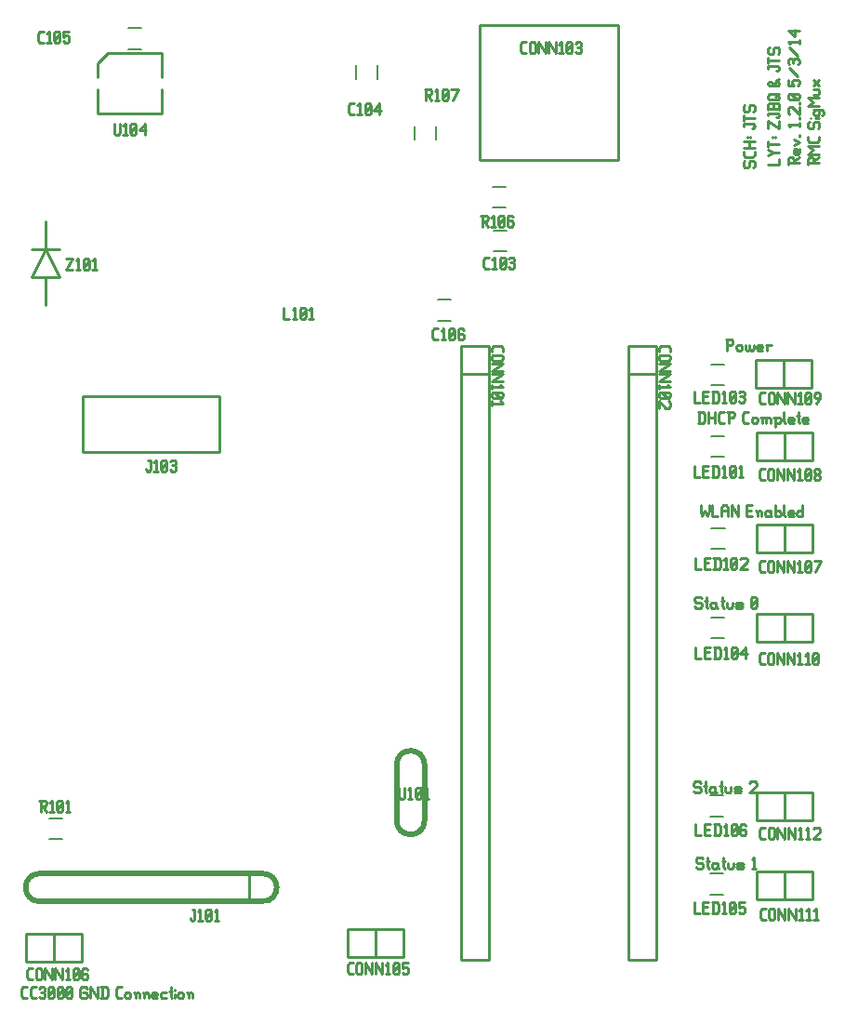
<source format=gbr>
G04 start of page 7 for group -4079 idx -4079 *
G04 Title: (unknown), topsilk *
G04 Creator: pcb 20110918 *
G04 CreationDate: Mon 05 May 2014 07:23:22 AM GMT UTC *
G04 For: john *
G04 Format: Gerber/RS-274X *
G04 PCB-Dimensions: 295500 350000 *
G04 PCB-Coordinate-Origin: lower left *
%MOIN*%
%FSLAX25Y25*%
%LNTOPSILK*%
%ADD75C,0.0200*%
%ADD74C,0.0080*%
%ADD73C,0.0100*%
G54D73*X288500Y302100D02*Y300100D01*
Y302100D02*X289000Y302600D01*
X290000D01*
X290500Y302100D02*X290000Y302600D01*
X290500Y302100D02*Y300600D01*
X288500D02*X292500D01*
X290500Y301400D02*X292500Y302600D01*
X288500Y303800D02*X292500D01*
X288500D02*X290500Y305300D01*
X288500Y306800D01*
X292500D01*
Y310000D02*Y308700D01*
X291800Y308000D02*X292500Y308700D01*
X289200Y308000D02*X291800D01*
X289200D02*X288500Y308700D01*
Y310000D02*Y308700D01*
Y315000D02*X289000Y315500D01*
X288500Y315000D02*Y313500D01*
X289000Y313000D02*X288500Y313500D01*
X289000Y313000D02*X290000D01*
X290500Y313500D01*
Y315000D02*Y313500D01*
Y315000D02*X291000Y315500D01*
X292000D01*
X292500Y315000D02*X292000Y315500D01*
X292500Y315000D02*Y313500D01*
X292000Y313000D02*X292500Y313500D01*
X289500Y316700D02*X289600D01*
X291000D02*X292500D01*
X290500Y319200D02*X291000Y319700D01*
X290500Y319200D02*Y318200D01*
X291000Y317700D02*X290500Y318200D01*
X291000Y317700D02*X292000D01*
X292500Y318200D01*
Y319200D02*Y318200D01*
Y319200D02*X292000Y319700D01*
X293500Y317700D02*X294000Y318200D01*
Y319200D02*Y318200D01*
Y319200D02*X293500Y319700D01*
X290500D02*X293500D01*
X288500Y320900D02*X292500D01*
X288500D02*X290500Y322400D01*
X288500Y323900D01*
X292500D01*
X290500Y325100D02*X292000D01*
X292500Y325600D01*
Y326600D02*Y325600D01*
Y326600D02*X292000Y327100D01*
X290500D02*X292000D01*
X290500Y328300D02*X292500Y330300D01*
Y328300D02*X290500Y330300D01*
X281400Y302100D02*Y300100D01*
Y302100D02*X281900Y302600D01*
X282900D01*
X283400Y302100D02*X282900Y302600D01*
X283400Y302100D02*Y300600D01*
X281400D02*X285400D01*
X283400Y301400D02*X285400Y302600D01*
Y305800D02*Y304300D01*
X284900Y303800D02*X285400Y304300D01*
X283900Y303800D02*X284900D01*
X283900D02*X283400Y304300D01*
Y305300D02*Y304300D01*
Y305300D02*X283900Y305800D01*
X284400D02*Y303800D01*
X283900Y305800D02*X284400D01*
X283400Y307000D02*X285400Y308000D01*
X283400Y309000D02*X285400Y308000D01*
Y310700D02*Y310200D01*
X282200Y313700D02*X281400Y314500D01*
X285400D01*
Y315200D02*Y313700D01*
Y316900D02*Y316400D01*
X281900Y318100D02*X281400Y318600D01*
Y320100D02*Y318600D01*
Y320100D02*X281900Y320600D01*
X282900D01*
X285400Y318100D02*X282900Y320600D01*
X285400D02*Y318100D01*
Y322300D02*Y321800D01*
X284900Y323500D02*X285400Y324000D01*
X281900Y323500D02*X284900D01*
X281900D02*X281400Y324000D01*
Y325000D02*Y324000D01*
Y325000D02*X281900Y325500D01*
X284900D01*
X285400Y325000D02*X284900Y325500D01*
X285400Y325000D02*Y324000D01*
X284400Y323500D02*X282400Y325500D01*
X281400Y330500D02*Y328500D01*
X283400D01*
X282900Y329000D01*
Y330000D02*Y329000D01*
Y330000D02*X283400Y330500D01*
X284900D01*
X285400Y330000D02*X284900Y330500D01*
X285400Y330000D02*Y329000D01*
X284900Y328500D02*X285400Y329000D01*
X284900Y331700D02*X281900Y334700D01*
Y335900D02*X281400Y336400D01*
Y337400D02*Y336400D01*
Y337400D02*X281900Y337900D01*
X285400Y337400D02*X284900Y337900D01*
X285400Y337400D02*Y336400D01*
X284900Y335900D02*X285400Y336400D01*
X283200Y337400D02*Y336400D01*
X281900Y337900D02*X282700D01*
X283700D02*X284900D01*
X283700D02*X283200Y337400D01*
X282700Y337900D02*X283200Y337400D01*
X284900Y339100D02*X281900Y342100D01*
X282200Y343300D02*X281400Y344100D01*
X285400D01*
Y344800D02*Y343300D01*
X283900Y346000D02*X281400Y348000D01*
X283900Y348500D02*Y346000D01*
X281400Y348000D02*X285400D01*
X274200Y300100D02*X278200D01*
Y302100D02*Y300100D01*
X274200Y303300D02*X276200Y304300D01*
X274200Y305300D01*
X276200Y304300D02*X278200D01*
X274200Y308500D02*Y306500D01*
Y307500D02*X278200D01*
X275700Y310200D02*Y309700D01*
X276700Y310200D02*Y309700D01*
X274200Y315700D02*Y313200D01*
X278200D02*X274200Y315700D01*
X278200D02*Y313200D01*
X274200Y318400D02*Y317600D01*
Y318400D02*X277700D01*
X278200Y317900D02*X277700Y318400D01*
X278200Y317900D02*Y317400D01*
X277700Y316900D02*X278200Y317400D01*
X277200Y316900D02*X277700D01*
X278200Y321600D02*Y319600D01*
Y321600D02*X277700Y322100D01*
X276500D02*X277700D01*
X276000Y321600D02*X276500Y322100D01*
X276000Y321600D02*Y320100D01*
X274200D02*X278200D01*
X274200Y321600D02*Y319600D01*
Y321600D02*X274700Y322100D01*
X275500D01*
X276000Y321600D02*X275500Y322100D01*
X274700Y323300D02*X277700D01*
X274700D02*X274200Y323800D01*
Y324800D02*Y323800D01*
Y324800D02*X274700Y325300D01*
X277200D01*
X278200Y324300D02*X277200Y325300D01*
X278200Y324300D02*Y323800D01*
X277700Y323300D02*X278200Y323800D01*
X276700Y324300D02*X278200Y325300D01*
X277700Y328300D02*X278200Y328800D01*
X274700Y328300D02*X275700D01*
X274700D02*X274200Y328800D01*
X276700Y328300D02*X275200Y329800D01*
X278200Y329300D02*Y328800D01*
Y329300D02*X277200Y330300D01*
X275700Y328300D02*X278200Y330800D01*
X274200Y329300D02*Y328800D01*
Y329300D02*X274700Y329800D01*
X275200D01*
X276700Y328300D02*X277700D01*
X274200Y335300D02*Y334500D01*
Y335300D02*X277700D01*
X278200Y334800D02*X277700Y335300D01*
X278200Y334800D02*Y334300D01*
X277700Y333800D02*X278200Y334300D01*
X277200Y333800D02*X277700D01*
X274200Y338500D02*Y336500D01*
Y337500D02*X278200D01*
X274200Y341700D02*X274700Y342200D01*
X274200Y341700D02*Y340200D01*
X274700Y339700D02*X274200Y340200D01*
X274700Y339700D02*X275700D01*
X276200Y340200D01*
Y341700D02*Y340200D01*
Y341700D02*X276700Y342200D01*
X277700D01*
X278200Y341700D02*X277700Y342200D01*
X278200Y341700D02*Y340200D01*
X277700Y339700D02*X278200Y340200D01*
X265300Y301000D02*X265800Y301500D01*
X265300Y301000D02*Y299500D01*
X265800Y299000D02*X265300Y299500D01*
X265800Y299000D02*X266800D01*
X267300Y299500D01*
Y301000D02*Y299500D01*
Y301000D02*X267800Y301500D01*
X268800D01*
X269300Y301000D02*X268800Y301500D01*
X269300Y301000D02*Y299500D01*
X268800Y299000D02*X269300Y299500D01*
Y304700D02*Y303400D01*
X268600Y302700D02*X269300Y303400D01*
X266000Y302700D02*X268600D01*
X266000D02*X265300Y303400D01*
Y304700D02*Y303400D01*
Y305900D02*X269300D01*
X265300Y308400D02*X269300D01*
X267300D02*Y305900D01*
X266800Y310100D02*Y309600D01*
X267800Y310100D02*Y309600D01*
X265300Y314600D02*Y313800D01*
Y314600D02*X268800D01*
X269300Y314100D02*X268800Y314600D01*
X269300Y314100D02*Y313600D01*
X268800Y313100D02*X269300Y313600D01*
X268300Y313100D02*X268800D01*
X265300Y317800D02*Y315800D01*
Y316800D02*X269300D01*
X265300Y321000D02*X265800Y321500D01*
X265300Y321000D02*Y319500D01*
X265800Y319000D02*X265300Y319500D01*
X265800Y319000D02*X266800D01*
X267300Y319500D01*
Y321000D02*Y319500D01*
Y321000D02*X267800Y321500D01*
X268800D01*
X269300Y321000D02*X268800Y321500D01*
X269300Y321000D02*Y319500D01*
X268800Y319000D02*X269300Y319500D01*
X250000Y178000D02*Y176000D01*
X250500Y174000D01*
X251500Y176000D01*
X252500Y174000D01*
X253000Y176000D01*
Y178000D02*Y176000D01*
X254200Y178000D02*Y174000D01*
X256200D01*
X257400Y177000D02*Y174000D01*
Y177000D02*X258100Y178000D01*
X259200D01*
X259900Y177000D01*
Y174000D01*
X257400Y176000D02*X259900D01*
X261100Y178000D02*Y174000D01*
Y178000D02*X263600Y174000D01*
Y178000D02*Y174000D01*
X266600Y176200D02*X268100D01*
X266600Y174000D02*X268600D01*
X266600Y178000D02*Y174000D01*
Y178000D02*X268600D01*
X270300Y175500D02*Y174000D01*
Y175500D02*X270800Y176000D01*
X271300D01*
X271800Y175500D01*
Y174000D01*
X269800Y176000D02*X270300Y175500D01*
X274500Y176000D02*X275000Y175500D01*
X273500Y176000D02*X274500D01*
X273000Y175500D02*X273500Y176000D01*
X273000Y175500D02*Y174500D01*
X273500Y174000D01*
X275000Y176000D02*Y174500D01*
X275500Y174000D01*
X273500D02*X274500D01*
X275000Y174500D01*
X276700Y178000D02*Y174000D01*
Y174500D02*X277200Y174000D01*
X278200D01*
X278700Y174500D01*
Y175500D02*Y174500D01*
X278200Y176000D02*X278700Y175500D01*
X277200Y176000D02*X278200D01*
X276700Y175500D02*X277200Y176000D01*
X279900Y178000D02*Y174500D01*
X280400Y174000D01*
X281900D02*X283400D01*
X281400Y174500D02*X281900Y174000D01*
X281400Y175500D02*Y174500D01*
Y175500D02*X281900Y176000D01*
X282900D01*
X283400Y175500D01*
X281400Y175000D02*X283400D01*
Y175500D02*Y175000D01*
X286600Y178000D02*Y174000D01*
X286100D02*X286600Y174500D01*
X285100Y174000D02*X286100D01*
X284600Y174500D02*X285100Y174000D01*
X284600Y175500D02*Y174500D01*
Y175500D02*X285100Y176000D01*
X286100D01*
X286600Y175500D01*
X249500Y211400D02*Y207400D01*
X250800Y211400D02*X251500Y210700D01*
Y208100D01*
X250800Y207400D02*X251500Y208100D01*
X249000Y207400D02*X250800D01*
X249000Y211400D02*X250800D01*
X252700D02*Y207400D01*
X255200Y211400D02*Y207400D01*
X252700Y209400D02*X255200D01*
X257100Y207400D02*X258400D01*
X256400Y208100D02*X257100Y207400D01*
X256400Y210700D02*Y208100D01*
Y210700D02*X257100Y211400D01*
X258400D01*
X260100D02*Y207400D01*
X259600Y211400D02*X261600D01*
X262100Y210900D01*
Y209900D01*
X261600Y209400D02*X262100Y209900D01*
X260100Y209400D02*X261600D01*
X265800Y207400D02*X267100D01*
X265100Y208100D02*X265800Y207400D01*
X265100Y210700D02*Y208100D01*
Y210700D02*X265800Y211400D01*
X267100D01*
X268300Y208900D02*Y207900D01*
Y208900D02*X268800Y209400D01*
X269800D01*
X270300Y208900D01*
Y207900D01*
X269800Y207400D02*X270300Y207900D01*
X268800Y207400D02*X269800D01*
X268300Y207900D02*X268800Y207400D01*
X272000Y208900D02*Y207400D01*
Y208900D02*X272500Y209400D01*
X273000D01*
X273500Y208900D01*
Y207400D01*
Y208900D02*X274000Y209400D01*
X274500D01*
X275000Y208900D01*
Y207400D01*
X271500Y209400D02*X272000Y208900D01*
X276700D02*Y205900D01*
X276200Y209400D02*X276700Y208900D01*
X277200Y209400D01*
X278200D01*
X278700Y208900D01*
Y207900D01*
X278200Y207400D02*X278700Y207900D01*
X277200Y207400D02*X278200D01*
X276700Y207900D02*X277200Y207400D01*
X279900Y211400D02*Y207900D01*
X280400Y207400D01*
X281900D02*X283400D01*
X281400Y207900D02*X281900Y207400D01*
X281400Y208900D02*Y207900D01*
Y208900D02*X281900Y209400D01*
X282900D01*
X283400Y208900D01*
X281400Y208400D02*X283400D01*
Y208900D02*Y208400D01*
X285100Y211400D02*Y207900D01*
X285600Y207400D01*
X284600Y209900D02*X285600D01*
X287100Y207400D02*X288600D01*
X286600Y207900D02*X287100Y207400D01*
X286600Y208900D02*Y207900D01*
Y208900D02*X287100Y209400D01*
X288100D01*
X288600Y208900D01*
X286600Y208400D02*X288600D01*
Y208900D02*Y208400D01*
X259600Y237500D02*Y233500D01*
X259100Y237500D02*X261100D01*
X261600Y237000D01*
Y236000D01*
X261100Y235500D02*X261600Y236000D01*
X259600Y235500D02*X261100D01*
X262800Y235000D02*Y234000D01*
Y235000D02*X263300Y235500D01*
X264300D01*
X264800Y235000D01*
Y234000D01*
X264300Y233500D02*X264800Y234000D01*
X263300Y233500D02*X264300D01*
X262800Y234000D02*X263300Y233500D01*
X266000Y235500D02*Y234000D01*
X266500Y233500D01*
X267000D01*
X267500Y234000D01*
Y235500D02*Y234000D01*
X268000Y233500D01*
X268500D01*
X269000Y234000D01*
Y235500D02*Y234000D01*
X270700Y233500D02*X272200D01*
X270200Y234000D02*X270700Y233500D01*
X270200Y235000D02*Y234000D01*
Y235000D02*X270700Y235500D01*
X271700D01*
X272200Y235000D01*
X270200Y234500D02*X272200D01*
Y235000D02*Y234500D01*
X273900Y235000D02*Y233500D01*
Y235000D02*X274400Y235500D01*
X275400D01*
X273400D02*X273900Y235000D01*
X7200Y1300D02*X8500D01*
X6500Y2000D02*X7200Y1300D01*
X6500Y4600D02*Y2000D01*
Y4600D02*X7200Y5300D01*
X8500D01*
X10400Y1300D02*X11700D01*
X9700Y2000D02*X10400Y1300D01*
X9700Y4600D02*Y2000D01*
Y4600D02*X10400Y5300D01*
X11700D01*
X12900Y4800D02*X13400Y5300D01*
X14400D01*
X14900Y4800D01*
X14400Y1300D02*X14900Y1800D01*
X13400Y1300D02*X14400D01*
X12900Y1800D02*X13400Y1300D01*
Y3500D02*X14400D01*
X14900Y4800D02*Y4000D01*
Y3000D02*Y1800D01*
Y3000D02*X14400Y3500D01*
X14900Y4000D02*X14400Y3500D01*
X16100Y1800D02*X16600Y1300D01*
X16100Y4800D02*Y1800D01*
Y4800D02*X16600Y5300D01*
X17600D01*
X18100Y4800D01*
Y1800D01*
X17600Y1300D02*X18100Y1800D01*
X16600Y1300D02*X17600D01*
X16100Y2300D02*X18100Y4300D01*
X19300Y1800D02*X19800Y1300D01*
X19300Y4800D02*Y1800D01*
Y4800D02*X19800Y5300D01*
X20800D01*
X21300Y4800D01*
Y1800D01*
X20800Y1300D02*X21300Y1800D01*
X19800Y1300D02*X20800D01*
X19300Y2300D02*X21300Y4300D01*
X22500Y1800D02*X23000Y1300D01*
X22500Y4800D02*Y1800D01*
Y4800D02*X23000Y5300D01*
X24000D01*
X24500Y4800D01*
Y1800D01*
X24000Y1300D02*X24500Y1800D01*
X23000Y1300D02*X24000D01*
X22500Y2300D02*X24500Y4300D01*
X29500Y5300D02*X30000Y4800D01*
X28000Y5300D02*X29500D01*
X27500Y4800D02*X28000Y5300D01*
X27500Y4800D02*Y1800D01*
X28000Y1300D01*
X29500D01*
X30000Y1800D01*
Y2800D02*Y1800D01*
X29500Y3300D02*X30000Y2800D01*
X28500Y3300D02*X29500D01*
X31200Y5300D02*Y1300D01*
Y5300D02*X33700Y1300D01*
Y5300D02*Y1300D01*
X35400Y5300D02*Y1300D01*
X36700Y5300D02*X37400Y4600D01*
Y2000D01*
X36700Y1300D02*X37400Y2000D01*
X34900Y1300D02*X36700D01*
X34900Y5300D02*X36700D01*
X41100Y1300D02*X42400D01*
X40400Y2000D02*X41100Y1300D01*
X40400Y4600D02*Y2000D01*
Y4600D02*X41100Y5300D01*
X42400D01*
X43600Y2800D02*Y1800D01*
Y2800D02*X44100Y3300D01*
X45100D01*
X45600Y2800D01*
Y1800D01*
X45100Y1300D02*X45600Y1800D01*
X44100Y1300D02*X45100D01*
X43600Y1800D02*X44100Y1300D01*
X47300Y2800D02*Y1300D01*
Y2800D02*X47800Y3300D01*
X48300D01*
X48800Y2800D01*
Y1300D01*
X46800Y3300D02*X47300Y2800D01*
X50500D02*Y1300D01*
Y2800D02*X51000Y3300D01*
X51500D01*
X52000Y2800D01*
Y1300D01*
X50000Y3300D02*X50500Y2800D01*
X53700Y1300D02*X55200D01*
X53200Y1800D02*X53700Y1300D01*
X53200Y2800D02*Y1800D01*
Y2800D02*X53700Y3300D01*
X54700D01*
X55200Y2800D01*
X53200Y2300D02*X55200D01*
Y2800D02*Y2300D01*
X56900Y3300D02*X58400D01*
X56400Y2800D02*X56900Y3300D01*
X56400Y2800D02*Y1800D01*
X56900Y1300D01*
X58400D01*
X60100Y5300D02*Y1800D01*
X60600Y1300D01*
X59600Y3800D02*X60600D01*
X61600Y4300D02*Y4200D01*
Y2800D02*Y1300D01*
X62600Y2800D02*Y1800D01*
Y2800D02*X63100Y3300D01*
X64100D01*
X64600Y2800D01*
Y1800D01*
X64100Y1300D02*X64600Y1800D01*
X63100Y1300D02*X64100D01*
X62600Y1800D02*X63100Y1300D01*
X66300Y2800D02*Y1300D01*
Y2800D02*X66800Y3300D01*
X67300D01*
X67800Y2800D01*
Y1300D01*
X65800Y3300D02*X66300Y2800D01*
X250300Y51800D02*X250800Y51300D01*
X248800Y51800D02*X250300D01*
X248300Y51300D02*X248800Y51800D01*
X248300Y51300D02*Y50300D01*
X248800Y49800D01*
X250300D01*
X250800Y49300D01*
Y48300D01*
X250300Y47800D02*X250800Y48300D01*
X248800Y47800D02*X250300D01*
X248300Y48300D02*X248800Y47800D01*
X252500Y51800D02*Y48300D01*
X253000Y47800D01*
X252000Y50300D02*X253000D01*
X255500Y49800D02*X256000Y49300D01*
X254500Y49800D02*X255500D01*
X254000Y49300D02*X254500Y49800D01*
X254000Y49300D02*Y48300D01*
X254500Y47800D01*
X256000Y49800D02*Y48300D01*
X256500Y47800D01*
X254500D02*X255500D01*
X256000Y48300D01*
X258200Y51800D02*Y48300D01*
X258700Y47800D01*
X257700Y50300D02*X258700D01*
X259700Y49800D02*Y48300D01*
X260200Y47800D01*
X261200D01*
X261700Y48300D01*
Y49800D02*Y48300D01*
X263400Y47800D02*X264900D01*
X265400Y48300D01*
X264900Y48800D02*X265400Y48300D01*
X263400Y48800D02*X264900D01*
X262900Y49300D02*X263400Y48800D01*
X262900Y49300D02*X263400Y49800D01*
X264900D01*
X265400Y49300D01*
X262900Y48300D02*X263400Y47800D01*
X268400Y51000D02*X269200Y51800D01*
Y47800D01*
X268400D02*X269900D01*
X249500Y79000D02*X250000Y78500D01*
X248000Y79000D02*X249500D01*
X247500Y78500D02*X248000Y79000D01*
X247500Y78500D02*Y77500D01*
X248000Y77000D01*
X249500D01*
X250000Y76500D01*
Y75500D01*
X249500Y75000D02*X250000Y75500D01*
X248000Y75000D02*X249500D01*
X247500Y75500D02*X248000Y75000D01*
X251700Y79000D02*Y75500D01*
X252200Y75000D01*
X251200Y77500D02*X252200D01*
X254700Y77000D02*X255200Y76500D01*
X253700Y77000D02*X254700D01*
X253200Y76500D02*X253700Y77000D01*
X253200Y76500D02*Y75500D01*
X253700Y75000D01*
X255200Y77000D02*Y75500D01*
X255700Y75000D01*
X253700D02*X254700D01*
X255200Y75500D01*
X257400Y79000D02*Y75500D01*
X257900Y75000D01*
X256900Y77500D02*X257900D01*
X258900Y77000D02*Y75500D01*
X259400Y75000D01*
X260400D01*
X260900Y75500D01*
Y77000D02*Y75500D01*
X262600Y75000D02*X264100D01*
X264600Y75500D01*
X264100Y76000D02*X264600Y75500D01*
X262600Y76000D02*X264100D01*
X262100Y76500D02*X262600Y76000D01*
X262100Y76500D02*X262600Y77000D01*
X264100D01*
X264600Y76500D01*
X262100Y75500D02*X262600Y75000D01*
X267600Y78500D02*X268100Y79000D01*
X269600D01*
X270100Y78500D01*
Y77500D01*
X267600Y75000D02*X270100Y77500D01*
X267600Y75000D02*X270100D01*
X249900Y145200D02*X250400Y144700D01*
X248400Y145200D02*X249900D01*
X247900Y144700D02*X248400Y145200D01*
X247900Y144700D02*Y143700D01*
X248400Y143200D01*
X249900D01*
X250400Y142700D01*
Y141700D01*
X249900Y141200D02*X250400Y141700D01*
X248400Y141200D02*X249900D01*
X247900Y141700D02*X248400Y141200D01*
X252100Y145200D02*Y141700D01*
X252600Y141200D01*
X251600Y143700D02*X252600D01*
X255100Y143200D02*X255600Y142700D01*
X254100Y143200D02*X255100D01*
X253600Y142700D02*X254100Y143200D01*
X253600Y142700D02*Y141700D01*
X254100Y141200D01*
X255600Y143200D02*Y141700D01*
X256100Y141200D01*
X254100D02*X255100D01*
X255600Y141700D01*
X257800Y145200D02*Y141700D01*
X258300Y141200D01*
X257300Y143700D02*X258300D01*
X259300Y143200D02*Y141700D01*
X259800Y141200D01*
X260800D01*
X261300Y141700D01*
Y143200D02*Y141700D01*
X263000Y141200D02*X264500D01*
X265000Y141700D01*
X264500Y142200D02*X265000Y141700D01*
X263000Y142200D02*X264500D01*
X262500Y142700D02*X263000Y142200D01*
X262500Y142700D02*X263000Y143200D01*
X264500D01*
X265000Y142700D01*
X262500Y141700D02*X263000Y141200D01*
X268000Y141700D02*X268500Y141200D01*
X268000Y144700D02*Y141700D01*
Y144700D02*X268500Y145200D01*
X269500D01*
X270000Y144700D01*
Y141700D01*
X269500Y141200D02*X270000Y141700D01*
X268500Y141200D02*X269500D01*
X268000Y142200D02*X270000Y144200D01*
G54D74*X175633Y269050D02*X180357D01*
X175633Y276530D02*X180357D01*
G54D73*X170655Y349892D02*X220555D01*
X170655D02*Y301692D01*
X220555Y349892D02*Y301692D01*
X170655D02*X220455D01*
G54D74*X155843Y251640D02*X160567D01*
X155843Y244160D02*X160567D01*
X175433Y284560D02*X180157D01*
X175433Y292040D02*X180157D01*
X134040Y335562D02*Y330838D01*
X126560Y335562D02*Y330838D01*
G54D73*X33929Y331406D02*Y336456D01*
X37529Y340056D01*
X56629D01*
Y331406D01*
X33929Y327006D02*Y318356D01*
X56629D01*
Y327006D01*
G54D74*X44733Y341460D02*X49457D01*
X44733Y348940D02*X49457D01*
X147525Y313779D02*Y309055D01*
X155005Y313779D02*Y309055D01*
G54D73*X15184Y279784D02*Y269784D01*
Y259784D02*Y249784D01*
Y269784D02*X20184Y259784D01*
X10184D02*X20184D01*
X10184D02*X15184Y269784D01*
X10184D02*X20184D01*
G54D75*X13000Y46000D02*X93000D01*
X13000Y36000D02*X93000D01*
G54D73*X88000Y46000D02*Y36000D01*
G54D75*X93000D02*G75*G03X93000Y46000I0J5000D01*G01*
X13000D02*G75*G03X13000Y36000I0J-5000D01*G01*
X151000Y85000D02*Y65000D01*
X141000Y85000D02*Y65000D01*
G75*G03X151000Y65000I5000J0D01*G01*
Y85000D02*G75*G03X141000Y85000I-5000J0D01*G01*
G54D74*X16543Y65740D02*X21267D01*
X16543Y58260D02*X21267D01*
G54D73*X8200Y24500D02*Y14500D01*
X28200D01*
Y24500D01*
X8200D01*
Y14500D02*X18200D01*
Y24500D01*
X224000Y235000D02*Y15000D01*
X234000D01*
Y235000D01*
X224000D01*
Y225000D02*X234000D01*
Y235000D01*
X164000D02*Y15000D01*
X174000D01*
Y235000D01*
X164000D01*
Y225000D02*X174000D01*
Y235000D01*
X77400Y216900D02*Y196900D01*
X28400D02*X77400D01*
X28400Y216900D02*Y196900D01*
Y216900D02*X77400D01*
X123500Y26000D02*Y16000D01*
X143500D01*
Y26000D01*
X123500D01*
Y16000D02*X133500D01*
Y26000D01*
G54D74*X253638Y137740D02*X258362D01*
X253638Y130260D02*X258362D01*
G54D73*X270000Y139000D02*Y129000D01*
X290000D01*
Y139000D01*
X270000D01*
Y129000D02*X280000D01*
Y139000D01*
G54D74*X253419Y73908D02*X258143D01*
X253419Y66428D02*X258143D01*
X253532Y45925D02*X258256D01*
X253532Y38445D02*X258256D01*
G54D73*X270192Y46829D02*Y36829D01*
X290192D01*
Y46829D01*
X270192D01*
Y36829D02*X280192D01*
Y46829D01*
X270192Y74996D02*Y64996D01*
X290192D01*
Y74996D01*
X270192D01*
Y64996D02*X280192D01*
Y74996D01*
X270000Y204000D02*Y194000D01*
X290000D01*
Y204000D01*
X270000D01*
Y194000D02*X280000D01*
Y204000D01*
X270000Y171000D02*Y161000D01*
X290000D01*
Y171000D01*
X270000D01*
Y161000D02*X280000D01*
Y171000D01*
G54D74*X253923Y169740D02*X258647D01*
X253923Y162260D02*X258647D01*
X253638Y202740D02*X258362D01*
X253638Y195260D02*X258362D01*
G54D73*X269800Y229900D02*Y219900D01*
X289800D01*
Y229900D02*Y219900D01*
X269800Y229900D02*X289800D01*
X269800Y219900D02*X279800D01*
Y229900D02*Y219900D01*
G54D74*X253838Y228440D02*X258562D01*
X253838Y220960D02*X258562D01*
G54D73*X67800Y33100D02*X68600D01*
Y29600D01*
X68100Y29100D02*X68600Y29600D01*
X67600Y29100D02*X68100D01*
X67100Y29600D02*X67600Y29100D01*
X67100Y30100D02*Y29600D01*
X69800Y32300D02*X70600Y33100D01*
Y29100D01*
X69800D02*X71300D01*
X72500Y29600D02*X73000Y29100D01*
X72500Y32600D02*Y29600D01*
Y32600D02*X73000Y33100D01*
X74000D01*
X74500Y32600D01*
Y29600D01*
X74000Y29100D02*X74500Y29600D01*
X73000Y29100D02*X74000D01*
X72500Y30100D02*X74500Y32100D01*
X75700Y32300D02*X76500Y33100D01*
Y29100D01*
X75700D02*X77200D01*
X12850Y72150D02*X14850D01*
X15350Y71650D01*
Y70650D01*
X14850Y70150D02*X15350Y70650D01*
X13350Y70150D02*X14850D01*
X13350Y72150D02*Y68150D01*
X14150Y70150D02*X15350Y68150D01*
X16550Y71350D02*X17350Y72150D01*
Y68150D01*
X16550D02*X18050D01*
X19250Y68650D02*X19750Y68150D01*
X19250Y71650D02*Y68650D01*
Y71650D02*X19750Y72150D01*
X20750D01*
X21250Y71650D01*
Y68650D01*
X20750Y68150D02*X21250Y68650D01*
X19750Y68150D02*X20750D01*
X19250Y69150D02*X21250Y71150D01*
X22450Y71350D02*X23250Y72150D01*
Y68150D01*
X22450D02*X23950D01*
X9200Y7900D02*X10500D01*
X8500Y8600D02*X9200Y7900D01*
X8500Y11200D02*Y8600D01*
Y11200D02*X9200Y11900D01*
X10500D01*
X11700Y11400D02*Y8400D01*
Y11400D02*X12200Y11900D01*
X13200D01*
X13700Y11400D01*
Y8400D01*
X13200Y7900D02*X13700Y8400D01*
X12200Y7900D02*X13200D01*
X11700Y8400D02*X12200Y7900D01*
X14900Y11900D02*Y7900D01*
Y11900D02*X17400Y7900D01*
Y11900D02*Y7900D01*
X18600Y11900D02*Y7900D01*
Y11900D02*X21100Y7900D01*
Y11900D02*Y7900D01*
X22300Y11100D02*X23100Y11900D01*
Y7900D01*
X22300D02*X23800D01*
X25000Y8400D02*X25500Y7900D01*
X25000Y11400D02*Y8400D01*
Y11400D02*X25500Y11900D01*
X26500D01*
X27000Y11400D01*
Y8400D01*
X26500Y7900D02*X27000Y8400D01*
X25500Y7900D02*X26500D01*
X25000Y8900D02*X27000Y10900D01*
X29700Y11900D02*X30200Y11400D01*
X28700Y11900D02*X29700D01*
X28200Y11400D02*X28700Y11900D01*
X28200Y11400D02*Y8400D01*
X28700Y7900D01*
X29700Y10100D02*X30200Y9600D01*
X28200Y10100D02*X29700D01*
X28700Y7900D02*X29700D01*
X30200Y8400D01*
Y9600D02*Y8400D01*
X271700Y187000D02*X273000D01*
X271000Y187700D02*X271700Y187000D01*
X271000Y190300D02*Y187700D01*
Y190300D02*X271700Y191000D01*
X273000D01*
X274200Y190500D02*Y187500D01*
Y190500D02*X274700Y191000D01*
X275700D01*
X276200Y190500D01*
Y187500D01*
X275700Y187000D02*X276200Y187500D01*
X274700Y187000D02*X275700D01*
X274200Y187500D02*X274700Y187000D01*
X277400Y191000D02*Y187000D01*
Y191000D02*X279900Y187000D01*
Y191000D02*Y187000D01*
X281100Y191000D02*Y187000D01*
Y191000D02*X283600Y187000D01*
Y191000D02*Y187000D01*
X284800Y190200D02*X285600Y191000D01*
Y187000D01*
X284800D02*X286300D01*
X287500Y187500D02*X288000Y187000D01*
X287500Y190500D02*Y187500D01*
Y190500D02*X288000Y191000D01*
X289000D01*
X289500Y190500D01*
Y187500D01*
X289000Y187000D02*X289500Y187500D01*
X288000Y187000D02*X289000D01*
X287500Y188000D02*X289500Y190000D01*
X290700Y187500D02*X291200Y187000D01*
X290700Y188300D02*Y187500D01*
Y188300D02*X291400Y189000D01*
X292000D01*
X292700Y188300D01*
Y187500D01*
X292200Y187000D02*X292700Y187500D01*
X291200Y187000D02*X292200D01*
X290700Y189700D02*X291400Y189000D01*
X290700Y190500D02*Y189700D01*
Y190500D02*X291200Y191000D01*
X292200D01*
X292700Y190500D01*
Y189700D01*
X292000Y189000D02*X292700Y189700D01*
X247660Y192150D02*Y188150D01*
X249660D01*
X250860Y190350D02*X252360D01*
X250860Y188150D02*X252860D01*
X250860Y192150D02*Y188150D01*
Y192150D02*X252860D01*
X254560D02*Y188150D01*
X255860Y192150D02*X256560Y191450D01*
Y188850D01*
X255860Y188150D02*X256560Y188850D01*
X254060Y188150D02*X255860D01*
X254060Y192150D02*X255860D01*
X257760Y191350D02*X258560Y192150D01*
Y188150D01*
X257760D02*X259260D01*
X260460Y188650D02*X260960Y188150D01*
X260460Y191650D02*Y188650D01*
Y191650D02*X260960Y192150D01*
X261960D01*
X262460Y191650D01*
Y188650D01*
X261960Y188150D02*X262460Y188650D01*
X260960Y188150D02*X261960D01*
X260460Y189150D02*X262460Y191150D01*
X263660Y191350D02*X264460Y192150D01*
Y188150D01*
X263660D02*X265160D01*
X271700Y154000D02*X273000D01*
X271000Y154700D02*X271700Y154000D01*
X271000Y157300D02*Y154700D01*
Y157300D02*X271700Y158000D01*
X273000D01*
X274200Y157500D02*Y154500D01*
Y157500D02*X274700Y158000D01*
X275700D01*
X276200Y157500D01*
Y154500D01*
X275700Y154000D02*X276200Y154500D01*
X274700Y154000D02*X275700D01*
X274200Y154500D02*X274700Y154000D01*
X277400Y158000D02*Y154000D01*
Y158000D02*X279900Y154000D01*
Y158000D02*Y154000D01*
X281100Y158000D02*Y154000D01*
Y158000D02*X283600Y154000D01*
Y158000D02*Y154000D01*
X284800Y157200D02*X285600Y158000D01*
Y154000D01*
X284800D02*X286300D01*
X287500Y154500D02*X288000Y154000D01*
X287500Y157500D02*Y154500D01*
Y157500D02*X288000Y158000D01*
X289000D01*
X289500Y157500D01*
Y154500D01*
X289000Y154000D02*X289500Y154500D01*
X288000Y154000D02*X289000D01*
X287500Y155000D02*X289500Y157000D01*
X291200Y154000D02*X293200Y158000D01*
X290700D02*X293200D01*
X248135Y159150D02*Y155150D01*
X250135D01*
X251335Y157350D02*X252835D01*
X251335Y155150D02*X253335D01*
X251335Y159150D02*Y155150D01*
Y159150D02*X253335D01*
X255035D02*Y155150D01*
X256335Y159150D02*X257035Y158450D01*
Y155850D01*
X256335Y155150D02*X257035Y155850D01*
X254535Y155150D02*X256335D01*
X254535Y159150D02*X256335D01*
X258235Y158350D02*X259035Y159150D01*
Y155150D01*
X258235D02*X259735D01*
X260935Y155650D02*X261435Y155150D01*
X260935Y158650D02*Y155650D01*
Y158650D02*X261435Y159150D01*
X262435D01*
X262935Y158650D01*
Y155650D01*
X262435Y155150D02*X262935Y155650D01*
X261435Y155150D02*X262435D01*
X260935Y156150D02*X262935Y158150D01*
X264135Y158650D02*X264635Y159150D01*
X266135D01*
X266635Y158650D01*
Y157650D01*
X264135Y155150D02*X266635Y157650D01*
X264135Y155150D02*X266635D01*
X248280Y127150D02*Y123150D01*
X250280D01*
X251480Y125350D02*X252980D01*
X251480Y123150D02*X253480D01*
X251480Y127150D02*Y123150D01*
Y127150D02*X253480D01*
X255180D02*Y123150D01*
X256480Y127150D02*X257180Y126450D01*
Y123850D01*
X256480Y123150D02*X257180Y123850D01*
X254680Y123150D02*X256480D01*
X254680Y127150D02*X256480D01*
X258380Y126350D02*X259180Y127150D01*
Y123150D01*
X258380D02*X259880D01*
X261080Y123650D02*X261580Y123150D01*
X261080Y126650D02*Y123650D01*
Y126650D02*X261580Y127150D01*
X262580D01*
X263080Y126650D01*
Y123650D01*
X262580Y123150D02*X263080Y123650D01*
X261580Y123150D02*X262580D01*
X261080Y124150D02*X263080Y126150D01*
X264280Y124650D02*X266280Y127150D01*
X264280Y124650D02*X266780D01*
X266280Y127150D02*Y123150D01*
X271700Y121000D02*X273000D01*
X271000Y121700D02*X271700Y121000D01*
X271000Y124300D02*Y121700D01*
Y124300D02*X271700Y125000D01*
X273000D01*
X274200Y124500D02*Y121500D01*
Y124500D02*X274700Y125000D01*
X275700D01*
X276200Y124500D01*
Y121500D01*
X275700Y121000D02*X276200Y121500D01*
X274700Y121000D02*X275700D01*
X274200Y121500D02*X274700Y121000D01*
X277400Y125000D02*Y121000D01*
Y125000D02*X279900Y121000D01*
Y125000D02*Y121000D01*
X281100Y125000D02*Y121000D01*
Y125000D02*X283600Y121000D01*
Y125000D02*Y121000D01*
X284800Y124200D02*X285600Y125000D01*
Y121000D01*
X284800D02*X286300D01*
X287500Y124200D02*X288300Y125000D01*
Y121000D01*
X287500D02*X289000D01*
X290200Y121500D02*X290700Y121000D01*
X290200Y124500D02*Y121500D01*
Y124500D02*X290700Y125000D01*
X291700D01*
X292200Y124500D01*
Y121500D01*
X291700Y121000D02*X292200Y121500D01*
X290700Y121000D02*X291700D01*
X290200Y122000D02*X292200Y124000D01*
X141900Y76800D02*Y73300D01*
X142400Y72800D01*
X143400D01*
X143900Y73300D01*
Y76800D02*Y73300D01*
X145100Y76000D02*X145900Y76800D01*
Y72800D01*
X145100D02*X146600D01*
X147800Y73300D02*X148300Y72800D01*
X147800Y76300D02*Y73300D01*
Y76300D02*X148300Y76800D01*
X149300D01*
X149800Y76300D01*
Y73300D01*
X149300Y72800D02*X149800Y73300D01*
X148300Y72800D02*X149300D01*
X147800Y73800D02*X149800Y75800D01*
X151000Y76000D02*X151800Y76800D01*
Y72800D01*
X151000D02*X152500D01*
X124000Y9900D02*X125300D01*
X123300Y10600D02*X124000Y9900D01*
X123300Y13200D02*Y10600D01*
Y13200D02*X124000Y13900D01*
X125300D01*
X126500Y13400D02*Y10400D01*
Y13400D02*X127000Y13900D01*
X128000D01*
X128500Y13400D01*
Y10400D01*
X128000Y9900D02*X128500Y10400D01*
X127000Y9900D02*X128000D01*
X126500Y10400D02*X127000Y9900D01*
X129700Y13900D02*Y9900D01*
Y13900D02*X132200Y9900D01*
Y13900D02*Y9900D01*
X133400Y13900D02*Y9900D01*
Y13900D02*X135900Y9900D01*
Y13900D02*Y9900D01*
X137100Y13100D02*X137900Y13900D01*
Y9900D01*
X137100D02*X138600D01*
X139800Y10400D02*X140300Y9900D01*
X139800Y13400D02*Y10400D01*
Y13400D02*X140300Y13900D01*
X141300D01*
X141800Y13400D01*
Y10400D01*
X141300Y9900D02*X141800Y10400D01*
X140300Y9900D02*X141300D01*
X139800Y10900D02*X141800Y12900D01*
X143000Y13900D02*X145000D01*
X143000D02*Y11900D01*
X143500Y12400D01*
X144500D01*
X145000Y11900D01*
Y10400D01*
X144500Y9900D02*X145000Y10400D01*
X143500Y9900D02*X144500D01*
X143000Y10400D02*X143500Y9900D01*
X248256Y63567D02*Y59567D01*
X250256D01*
X251456Y61767D02*X252956D01*
X251456Y59567D02*X253456D01*
X251456Y63567D02*Y59567D01*
Y63567D02*X253456D01*
X255156D02*Y59567D01*
X256456Y63567D02*X257156Y62867D01*
Y60267D01*
X256456Y59567D02*X257156Y60267D01*
X254656Y59567D02*X256456D01*
X254656Y63567D02*X256456D01*
X258356Y62767D02*X259156Y63567D01*
Y59567D01*
X258356D02*X259856D01*
X261056Y60067D02*X261556Y59567D01*
X261056Y63067D02*Y60067D01*
Y63067D02*X261556Y63567D01*
X262556D01*
X263056Y63067D01*
Y60067D01*
X262556Y59567D02*X263056Y60067D01*
X261556Y59567D02*X262556D01*
X261056Y60567D02*X263056Y62567D01*
X265756Y63567D02*X266256Y63067D01*
X264756Y63567D02*X265756D01*
X264256Y63067D02*X264756Y63567D01*
X264256Y63067D02*Y60067D01*
X264756Y59567D01*
X265756Y61767D02*X266256Y61267D01*
X264256Y61767D02*X265756D01*
X264756Y59567D02*X265756D01*
X266256Y60067D01*
Y61267D02*Y60067D01*
X247627Y35699D02*Y31699D01*
X249627D01*
X250827Y33899D02*X252327D01*
X250827Y31699D02*X252827D01*
X250827Y35699D02*Y31699D01*
Y35699D02*X252827D01*
X254527D02*Y31699D01*
X255827Y35699D02*X256527Y34999D01*
Y32399D01*
X255827Y31699D02*X256527Y32399D01*
X254027Y31699D02*X255827D01*
X254027Y35699D02*X255827D01*
X257727Y34899D02*X258527Y35699D01*
Y31699D01*
X257727D02*X259227D01*
X260427Y32199D02*X260927Y31699D01*
X260427Y35199D02*Y32199D01*
Y35199D02*X260927Y35699D01*
X261927D01*
X262427Y35199D01*
Y32199D01*
X261927Y31699D02*X262427Y32199D01*
X260927Y31699D02*X261927D01*
X260427Y32699D02*X262427Y34699D01*
X263627Y35699D02*X265627D01*
X263627D02*Y33699D01*
X264127Y34199D01*
X265127D01*
X265627Y33699D01*
Y32199D01*
X265127Y31699D02*X265627Y32199D01*
X264127Y31699D02*X265127D01*
X263627Y32199D02*X264127Y31699D01*
X271892Y58496D02*X273192D01*
X271192Y59196D02*X271892Y58496D01*
X271192Y61796D02*Y59196D01*
Y61796D02*X271892Y62496D01*
X273192D01*
X274392Y61996D02*Y58996D01*
Y61996D02*X274892Y62496D01*
X275892D01*
X276392Y61996D01*
Y58996D01*
X275892Y58496D02*X276392Y58996D01*
X274892Y58496D02*X275892D01*
X274392Y58996D02*X274892Y58496D01*
X277592Y62496D02*Y58496D01*
Y62496D02*X280092Y58496D01*
Y62496D02*Y58496D01*
X281292Y62496D02*Y58496D01*
Y62496D02*X283792Y58496D01*
Y62496D02*Y58496D01*
X284992Y61696D02*X285792Y62496D01*
Y58496D01*
X284992D02*X286492D01*
X287692Y61696D02*X288492Y62496D01*
Y58496D01*
X287692D02*X289192D01*
X290392Y61996D02*X290892Y62496D01*
X292392D01*
X292892Y61996D01*
Y60996D01*
X290392Y58496D02*X292892Y60996D01*
X290392Y58496D02*X292892D01*
X272063Y29475D02*X273363D01*
X271363Y30175D02*X272063Y29475D01*
X271363Y32775D02*Y30175D01*
Y32775D02*X272063Y33475D01*
X273363D01*
X274563Y32975D02*Y29975D01*
Y32975D02*X275063Y33475D01*
X276063D01*
X276563Y32975D01*
Y29975D01*
X276063Y29475D02*X276563Y29975D01*
X275063Y29475D02*X276063D01*
X274563Y29975D02*X275063Y29475D01*
X277763Y33475D02*Y29475D01*
Y33475D02*X280263Y29475D01*
Y33475D02*Y29475D01*
X281463Y33475D02*Y29475D01*
Y33475D02*X283963Y29475D01*
Y33475D02*Y29475D01*
X285163Y32675D02*X285963Y33475D01*
Y29475D01*
X285163D02*X286663D01*
X287863Y32675D02*X288663Y33475D01*
Y29475D01*
X287863D02*X289363D01*
X290563Y32675D02*X291363Y33475D01*
Y29475D01*
X290563D02*X292063D01*
X271800Y214300D02*X273100D01*
X271100Y215000D02*X271800Y214300D01*
X271100Y217600D02*Y215000D01*
Y217600D02*X271800Y218300D01*
X273100D01*
X274300Y217800D02*Y214800D01*
Y217800D02*X274800Y218300D01*
X275800D01*
X276300Y217800D01*
Y214800D01*
X275800Y214300D02*X276300Y214800D01*
X274800Y214300D02*X275800D01*
X274300Y214800D02*X274800Y214300D01*
X277500Y218300D02*Y214300D01*
Y218300D02*X280000Y214300D01*
Y218300D02*Y214300D01*
X281200Y218300D02*Y214300D01*
Y218300D02*X283700Y214300D01*
Y218300D02*Y214300D01*
X284900Y217500D02*X285700Y218300D01*
Y214300D01*
X284900D02*X286400D01*
X287600Y214800D02*X288100Y214300D01*
X287600Y217800D02*Y214800D01*
Y217800D02*X288100Y218300D01*
X289100D01*
X289600Y217800D01*
Y214800D01*
X289100Y214300D02*X289600Y214800D01*
X288100Y214300D02*X289100D01*
X287600Y215300D02*X289600Y217300D01*
X291300Y214300D02*X292800Y216300D01*
Y217800D02*Y216300D01*
X292300Y218300D02*X292800Y217800D01*
X291300Y218300D02*X292300D01*
X290800Y217800D02*X291300Y218300D01*
X290800Y217800D02*Y216800D01*
X291300Y216300D01*
X292800D01*
X235000Y234300D02*Y233000D01*
X235700Y235000D02*X235000Y234300D01*
X235700Y235000D02*X238300D01*
X239000Y234300D01*
Y233000D01*
X235500Y231800D02*X238500D01*
X239000Y231300D01*
Y230300D01*
X238500Y229800D01*
X235500D02*X238500D01*
X235000Y230300D02*X235500Y229800D01*
X235000Y231300D02*Y230300D01*
X235500Y231800D02*X235000Y231300D01*
Y228600D02*X239000D01*
X235000Y226100D01*
X239000D01*
X235000Y224900D02*X239000D01*
X235000Y222400D01*
X239000D01*
X238200Y221200D02*X239000Y220400D01*
X235000D02*X239000D01*
X235000Y221200D02*Y219700D01*
X235500Y218500D02*X235000Y218000D01*
X235500Y218500D02*X238500D01*
X239000Y218000D01*
Y217000D01*
X238500Y216500D01*
X235500D02*X238500D01*
X235000Y217000D02*X235500Y216500D01*
X235000Y218000D02*Y217000D01*
X236000Y218500D02*X238000Y216500D01*
X238500Y215300D02*X239000Y214800D01*
Y213300D01*
X238500Y212800D01*
X237500D02*X238500D01*
X235000Y215300D02*X237500Y212800D01*
X235000Y215300D02*Y212800D01*
X175000Y234300D02*Y233000D01*
X175700Y235000D02*X175000Y234300D01*
X175700Y235000D02*X178300D01*
X179000Y234300D01*
Y233000D01*
X175500Y231800D02*X178500D01*
X179000Y231300D01*
Y230300D01*
X178500Y229800D01*
X175500D02*X178500D01*
X175000Y230300D02*X175500Y229800D01*
X175000Y231300D02*Y230300D01*
X175500Y231800D02*X175000Y231300D01*
Y228600D02*X179000D01*
X175000Y226100D01*
X179000D01*
X175000Y224900D02*X179000D01*
X175000Y222400D01*
X179000D01*
X178200Y221200D02*X179000Y220400D01*
X175000D02*X179000D01*
X175000Y221200D02*Y219700D01*
X175500Y218500D02*X175000Y218000D01*
X175500Y218500D02*X178500D01*
X179000Y218000D01*
Y217000D01*
X178500Y216500D01*
X175500D02*X178500D01*
X175000Y217000D02*X175500Y216500D01*
X175000Y218000D02*Y217000D01*
X176000Y218500D02*X178000Y216500D01*
X178200Y215300D02*X179000Y214500D01*
X175000D02*X179000D01*
X175000Y215300D02*Y213800D01*
X154555Y237250D02*X155855D01*
X153855Y237950D02*X154555Y237250D01*
X153855Y240550D02*Y237950D01*
Y240550D02*X154555Y241250D01*
X155855D01*
X157055Y240450D02*X157855Y241250D01*
Y237250D01*
X157055D02*X158555D01*
X159755Y237750D02*X160255Y237250D01*
X159755Y240750D02*Y237750D01*
Y240750D02*X160255Y241250D01*
X161255D01*
X161755Y240750D01*
Y237750D01*
X161255Y237250D02*X161755Y237750D01*
X160255Y237250D02*X161255D01*
X159755Y238250D02*X161755Y240250D01*
X164455Y241250D02*X164955Y240750D01*
X163455Y241250D02*X164455D01*
X162955Y240750D02*X163455Y241250D01*
X162955Y240750D02*Y237750D01*
X163455Y237250D01*
X164455Y239450D02*X164955Y238950D01*
X162955Y239450D02*X164455D01*
X163455Y237250D02*X164455D01*
X164955Y237750D01*
Y238950D02*Y237750D01*
X247660Y218750D02*Y214750D01*
X249660D01*
X250860Y216950D02*X252360D01*
X250860Y214750D02*X252860D01*
X250860Y218750D02*Y214750D01*
Y218750D02*X252860D01*
X254560D02*Y214750D01*
X255860Y218750D02*X256560Y218050D01*
Y215450D01*
X255860Y214750D02*X256560Y215450D01*
X254060Y214750D02*X255860D01*
X254060Y218750D02*X255860D01*
X257760Y217950D02*X258560Y218750D01*
Y214750D01*
X257760D02*X259260D01*
X260460Y215250D02*X260960Y214750D01*
X260460Y218250D02*Y215250D01*
Y218250D02*X260960Y218750D01*
X261960D01*
X262460Y218250D01*
Y215250D01*
X261960Y214750D02*X262460Y215250D01*
X260960Y214750D02*X261960D01*
X260460Y215750D02*X262460Y217750D01*
X263660Y218250D02*X264160Y218750D01*
X265160D01*
X265660Y218250D01*
X265160Y214750D02*X265660Y215250D01*
X264160Y214750D02*X265160D01*
X263660Y215250D02*X264160Y214750D01*
Y216950D02*X265160D01*
X265660Y218250D02*Y217450D01*
Y216450D02*Y215250D01*
Y216450D02*X265160Y216950D01*
X265660Y217450D02*X265160Y216950D01*
X172755Y262860D02*X174055D01*
X172055Y263560D02*X172755Y262860D01*
X172055Y266160D02*Y263560D01*
Y266160D02*X172755Y266860D01*
X174055D01*
X175255Y266060D02*X176055Y266860D01*
Y262860D01*
X175255D02*X176755D01*
X177955Y263360D02*X178455Y262860D01*
X177955Y266360D02*Y263360D01*
Y266360D02*X178455Y266860D01*
X179455D01*
X179955Y266360D01*
Y263360D01*
X179455Y262860D02*X179955Y263360D01*
X178455Y262860D02*X179455D01*
X177955Y263860D02*X179955Y265860D01*
X181155Y266360D02*X181655Y266860D01*
X182655D01*
X183155Y266360D01*
X182655Y262860D02*X183155Y263360D01*
X181655Y262860D02*X182655D01*
X181155Y263360D02*X181655Y262860D01*
Y265060D02*X182655D01*
X183155Y266360D02*Y265560D01*
Y264560D02*Y263360D01*
Y264560D02*X182655Y265060D01*
X183155Y265560D02*X182655Y265060D01*
X124450Y318050D02*X125750D01*
X123750Y318750D02*X124450Y318050D01*
X123750Y321350D02*Y318750D01*
Y321350D02*X124450Y322050D01*
X125750D01*
X126950Y321250D02*X127750Y322050D01*
Y318050D01*
X126950D02*X128450D01*
X129650Y318550D02*X130150Y318050D01*
X129650Y321550D02*Y318550D01*
Y321550D02*X130150Y322050D01*
X131150D01*
X131650Y321550D01*
Y318550D01*
X131150Y318050D02*X131650Y318550D01*
X130150Y318050D02*X131150D01*
X129650Y319050D02*X131650Y321050D01*
X132850Y319550D02*X134850Y322050D01*
X132850Y319550D02*X135350D01*
X134850Y322050D02*Y318050D01*
X186145Y340008D02*X187445D01*
X185445Y340708D02*X186145Y340008D01*
X185445Y343308D02*Y340708D01*
Y343308D02*X186145Y344008D01*
X187445D01*
X188645Y343508D02*Y340508D01*
Y343508D02*X189145Y344008D01*
X190145D01*
X190645Y343508D01*
Y340508D01*
X190145Y340008D02*X190645Y340508D01*
X189145Y340008D02*X190145D01*
X188645Y340508D02*X189145Y340008D01*
X191845Y344008D02*Y340008D01*
Y344008D02*X194345Y340008D01*
Y344008D02*Y340008D01*
X195545Y344008D02*Y340008D01*
Y344008D02*X198045Y340008D01*
Y344008D02*Y340008D01*
X199245Y343208D02*X200045Y344008D01*
Y340008D01*
X199245D02*X200745D01*
X201945Y340508D02*X202445Y340008D01*
X201945Y343508D02*Y340508D01*
Y343508D02*X202445Y344008D01*
X203445D01*
X203945Y343508D01*
Y340508D01*
X203445Y340008D02*X203945Y340508D01*
X202445Y340008D02*X203445D01*
X201945Y341008D02*X203945Y343008D01*
X205145Y343508D02*X205645Y344008D01*
X206645D01*
X207145Y343508D01*
X206645Y340008D02*X207145Y340508D01*
X205645Y340008D02*X206645D01*
X205145Y340508D02*X205645Y340008D01*
Y342208D02*X206645D01*
X207145Y343508D02*Y342708D01*
Y341708D02*Y340508D01*
Y341708D02*X206645Y342208D01*
X207145Y342708D02*X206645Y342208D01*
X171155Y281850D02*X173155D01*
X173655Y281350D01*
Y280350D01*
X173155Y279850D02*X173655Y280350D01*
X171655Y279850D02*X173155D01*
X171655Y281850D02*Y277850D01*
X172455Y279850D02*X173655Y277850D01*
X174855Y281050D02*X175655Y281850D01*
Y277850D01*
X174855D02*X176355D01*
X177555Y278350D02*X178055Y277850D01*
X177555Y281350D02*Y278350D01*
Y281350D02*X178055Y281850D01*
X179055D01*
X179555Y281350D01*
Y278350D01*
X179055Y277850D02*X179555Y278350D01*
X178055Y277850D02*X179055D01*
X177555Y278850D02*X179555Y280850D01*
X182255Y281850D02*X182755Y281350D01*
X181255Y281850D02*X182255D01*
X180755Y281350D02*X181255Y281850D01*
X180755Y281350D02*Y278350D01*
X181255Y277850D01*
X182255Y280050D02*X182755Y279550D01*
X180755Y280050D02*X182255D01*
X181255Y277850D02*X182255D01*
X182755Y278350D01*
Y279550D02*Y278350D01*
X150967Y327185D02*X152967D01*
X153467Y326685D01*
Y325685D01*
X152967Y325185D02*X153467Y325685D01*
X151467Y325185D02*X152967D01*
X151467Y327185D02*Y323185D01*
X152267Y325185D02*X153467Y323185D01*
X154667Y326385D02*X155467Y327185D01*
Y323185D01*
X154667D02*X156167D01*
X157367Y323685D02*X157867Y323185D01*
X157367Y326685D02*Y323685D01*
Y326685D02*X157867Y327185D01*
X158867D01*
X159367Y326685D01*
Y323685D01*
X158867Y323185D02*X159367Y323685D01*
X157867Y323185D02*X158867D01*
X157367Y324185D02*X159367Y326185D01*
X161067Y323185D02*X163067Y327185D01*
X160567D02*X163067D01*
X51900Y194100D02*X52700D01*
Y190600D01*
X52200Y190100D02*X52700Y190600D01*
X51700Y190100D02*X52200D01*
X51200Y190600D02*X51700Y190100D01*
X51200Y191100D02*Y190600D01*
X53900Y193300D02*X54700Y194100D01*
Y190100D01*
X53900D02*X55400D01*
X56600Y190600D02*X57100Y190100D01*
X56600Y193600D02*Y190600D01*
Y193600D02*X57100Y194100D01*
X58100D01*
X58600Y193600D01*
Y190600D01*
X58100Y190100D02*X58600Y190600D01*
X57100Y190100D02*X58100D01*
X56600Y191100D02*X58600Y193100D01*
X59800Y193600D02*X60300Y194100D01*
X61300D01*
X61800Y193600D01*
X61300Y190100D02*X61800Y190600D01*
X60300Y190100D02*X61300D01*
X59800Y190600D02*X60300Y190100D01*
Y192300D02*X61300D01*
X61800Y193600D02*Y192800D01*
Y191800D02*Y190600D01*
Y191800D02*X61300Y192300D01*
X61800Y192800D02*X61300Y192300D01*
X39679Y314856D02*Y311356D01*
X40179Y310856D01*
X41179D01*
X41679Y311356D01*
Y314856D02*Y311356D01*
X42879Y314056D02*X43679Y314856D01*
Y310856D01*
X42879D02*X44379D01*
X45579Y311356D02*X46079Y310856D01*
X45579Y314356D02*Y311356D01*
Y314356D02*X46079Y314856D01*
X47079D01*
X47579Y314356D01*
Y311356D01*
X47079Y310856D02*X47579Y311356D01*
X46079Y310856D02*X47079D01*
X45579Y311856D02*X47579Y313856D01*
X48779Y312356D02*X50779Y314856D01*
X48779Y312356D02*X51279D01*
X50779Y314856D02*Y310856D01*
X13055Y343850D02*X14355D01*
X12355Y344550D02*X13055Y343850D01*
X12355Y347150D02*Y344550D01*
Y347150D02*X13055Y347850D01*
X14355D01*
X15555Y347050D02*X16355Y347850D01*
Y343850D01*
X15555D02*X17055D01*
X18255Y344350D02*X18755Y343850D01*
X18255Y347350D02*Y344350D01*
Y347350D02*X18755Y347850D01*
X19755D01*
X20255Y347350D01*
Y344350D01*
X19755Y343850D02*X20255Y344350D01*
X18755Y343850D02*X19755D01*
X18255Y344850D02*X20255Y346850D01*
X21455Y347850D02*X23455D01*
X21455D02*Y345850D01*
X21955Y346350D01*
X22955D01*
X23455Y345850D01*
Y344350D01*
X22955Y343850D02*X23455Y344350D01*
X21955Y343850D02*X22955D01*
X21455Y344350D02*X21955Y343850D01*
X22316Y266384D02*X24816D01*
X22316Y262384D02*X24816Y266384D01*
X22316Y262384D02*X24816D01*
X26016Y265584D02*X26816Y266384D01*
Y262384D01*
X26016D02*X27516D01*
X28716Y262884D02*X29216Y262384D01*
X28716Y265884D02*Y262884D01*
Y265884D02*X29216Y266384D01*
X30216D01*
X30716Y265884D01*
Y262884D01*
X30216Y262384D02*X30716Y262884D01*
X29216Y262384D02*X30216D01*
X28716Y263384D02*X30716Y265384D01*
X31916Y265584D02*X32716Y266384D01*
Y262384D01*
X31916D02*X33416D01*
X100500Y248800D02*Y244800D01*
X102500D01*
X103700Y248000D02*X104500Y248800D01*
Y244800D01*
X103700D02*X105200D01*
X106400Y245300D02*X106900Y244800D01*
X106400Y248300D02*Y245300D01*
Y248300D02*X106900Y248800D01*
X107900D01*
X108400Y248300D01*
Y245300D01*
X107900Y244800D02*X108400Y245300D01*
X106900Y244800D02*X107900D01*
X106400Y245800D02*X108400Y247800D01*
X109600Y248000D02*X110400Y248800D01*
Y244800D01*
X109600D02*X111100D01*
M02*

</source>
